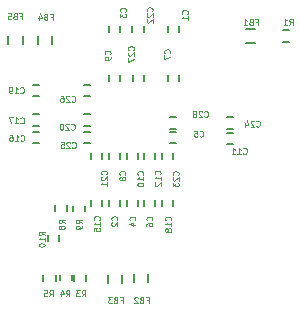
<source format=gbr>
G04 #@! TF.FileFunction,Legend,Bot*
%FSLAX46Y46*%
G04 Gerber Fmt 4.6, Leading zero omitted, Abs format (unit mm)*
G04 Created by KiCad (PCBNEW (2015-04-17 BZR 5609)-product) date Fri 01 Apr 2016 01:29:39 PM CDT*
%MOMM*%
G01*
G04 APERTURE LIST*
%ADD10C,0.100000*%
%ADD11C,0.150000*%
%ADD12C,0.076200*%
G04 APERTURE END LIST*
D10*
D11*
X61555000Y-101977380D02*
X61555000Y-102477380D01*
X60605000Y-102477380D02*
X60605000Y-101977380D01*
X55605000Y-117250000D02*
X55605000Y-116750000D01*
X56555000Y-116750000D02*
X56555000Y-117250000D01*
X56555000Y-101977380D02*
X56555000Y-102477380D01*
X55605000Y-102477380D02*
X55605000Y-101977380D01*
X57110000Y-117250000D02*
X57110000Y-116750000D01*
X58060000Y-116750000D02*
X58060000Y-117250000D01*
X60750000Y-110949720D02*
X61250000Y-110949720D01*
X61250000Y-111899720D02*
X60750000Y-111899720D01*
X58605000Y-117250000D02*
X58605000Y-116750000D01*
X59555000Y-116750000D02*
X59555000Y-117250000D01*
X60605000Y-106679720D02*
X60605000Y-106179720D01*
X61555000Y-106179720D02*
X61555000Y-106679720D01*
X56555000Y-112780000D02*
X56555000Y-113280000D01*
X55605000Y-113280000D02*
X55605000Y-112780000D01*
X55605000Y-106679720D02*
X55605000Y-106179720D01*
X56555000Y-106179720D02*
X56555000Y-106679720D01*
X58060000Y-112780000D02*
X58060000Y-113280000D01*
X57110000Y-113280000D02*
X57110000Y-112780000D01*
X66110000Y-111996240D02*
X65610000Y-111996240D01*
X65610000Y-111046240D02*
X66110000Y-111046240D01*
X59555000Y-112780000D02*
X59555000Y-113280000D01*
X58605000Y-113280000D02*
X58605000Y-112780000D01*
X54105000Y-117250000D02*
X54105000Y-116750000D01*
X55055000Y-116750000D02*
X55055000Y-117250000D01*
X49219040Y-110992600D02*
X49719040Y-110992600D01*
X49719040Y-111942600D02*
X49219040Y-111942600D01*
X49219040Y-109492600D02*
X49719040Y-109492600D01*
X49719040Y-110442600D02*
X49219040Y-110442600D01*
X60105000Y-117250000D02*
X60105000Y-116750000D01*
X61055000Y-116750000D02*
X61055000Y-117250000D01*
X49219040Y-106992600D02*
X49719040Y-106992600D01*
X49719040Y-107942600D02*
X49219040Y-107942600D01*
X53994240Y-110442600D02*
X53494240Y-110442600D01*
X53494240Y-109492600D02*
X53994240Y-109492600D01*
X55055000Y-112780000D02*
X55055000Y-113280000D01*
X54105000Y-113280000D02*
X54105000Y-112780000D01*
X58555000Y-101977380D02*
X58555000Y-102477380D01*
X57605000Y-102477380D02*
X57605000Y-101977380D01*
X61055000Y-112780000D02*
X61055000Y-113280000D01*
X60105000Y-113280000D02*
X60105000Y-112780000D01*
X66110000Y-110695000D02*
X65610000Y-110695000D01*
X65610000Y-109745000D02*
X66110000Y-109745000D01*
X53994240Y-111942600D02*
X53494240Y-111942600D01*
X53494240Y-110992600D02*
X53994240Y-110992600D01*
X53994240Y-107942600D02*
X53494240Y-107942600D01*
X53494240Y-106992600D02*
X53994240Y-106992600D01*
X57615000Y-106679720D02*
X57615000Y-106179720D01*
X58565000Y-106179720D02*
X58565000Y-106679720D01*
X60750000Y-109745000D02*
X61250000Y-109745000D01*
X61250000Y-110695000D02*
X60750000Y-110695000D01*
X67957180Y-102280160D02*
X67257180Y-102280160D01*
X67257180Y-103480160D02*
X67957180Y-103480160D01*
X58948880Y-123689860D02*
X58948880Y-122989860D01*
X57748880Y-122989860D02*
X57748880Y-123689860D01*
X56751780Y-123743200D02*
X56751780Y-123043200D01*
X55551780Y-123043200D02*
X55551780Y-123743200D01*
X49615800Y-102850200D02*
X49615800Y-103550200D01*
X50815800Y-103550200D02*
X50815800Y-102850200D01*
X47101200Y-102850200D02*
X47101200Y-103550200D01*
X48301200Y-103550200D02*
X48301200Y-102850200D01*
X70862000Y-103395000D02*
X70362000Y-103395000D01*
X70362000Y-102345000D02*
X70862000Y-102345000D01*
X53707900Y-123056080D02*
X53707900Y-123556080D01*
X52657900Y-123556080D02*
X52657900Y-123056080D01*
X52493780Y-123048460D02*
X52493780Y-123548460D01*
X51443780Y-123548460D02*
X51443780Y-123048460D01*
X51104400Y-123056080D02*
X51104400Y-123556080D01*
X50054400Y-123556080D02*
X50054400Y-123056080D01*
X51037000Y-117691980D02*
X51037000Y-117191980D01*
X52087000Y-117191980D02*
X52087000Y-117691980D01*
X52540680Y-117699600D02*
X52540680Y-117199600D01*
X53590680Y-117199600D02*
X53590680Y-117699600D01*
X51396920Y-119678640D02*
X51396920Y-120178640D01*
X50446920Y-120178640D02*
X50446920Y-119678640D01*
D12*
X62246329Y-100969233D02*
X62270519Y-100945043D01*
X62294710Y-100872471D01*
X62294710Y-100824090D01*
X62270519Y-100751519D01*
X62222138Y-100703138D01*
X62173757Y-100678947D01*
X62076995Y-100654757D01*
X62004424Y-100654757D01*
X61907662Y-100678947D01*
X61859281Y-100703138D01*
X61810900Y-100751519D01*
X61786710Y-100824090D01*
X61786710Y-100872471D01*
X61810900Y-100945043D01*
X61835090Y-100969233D01*
X62294710Y-101453043D02*
X62294710Y-101162757D01*
X62294710Y-101307900D02*
X61786710Y-101307900D01*
X61859281Y-101259519D01*
X61907662Y-101211138D01*
X61931852Y-101162757D01*
X56287489Y-118434253D02*
X56311679Y-118410063D01*
X56335870Y-118337491D01*
X56335870Y-118289110D01*
X56311679Y-118216539D01*
X56263298Y-118168158D01*
X56214917Y-118143967D01*
X56118155Y-118119777D01*
X56045584Y-118119777D01*
X55948822Y-118143967D01*
X55900441Y-118168158D01*
X55852060Y-118216539D01*
X55827870Y-118289110D01*
X55827870Y-118337491D01*
X55852060Y-118410063D01*
X55876250Y-118434253D01*
X55876250Y-118627777D02*
X55852060Y-118651967D01*
X55827870Y-118700348D01*
X55827870Y-118821301D01*
X55852060Y-118869682D01*
X55876250Y-118893872D01*
X55924631Y-118918063D01*
X55973012Y-118918063D01*
X56045584Y-118893872D01*
X56335870Y-118603586D01*
X56335870Y-118918063D01*
X57011389Y-100786353D02*
X57035579Y-100762163D01*
X57059770Y-100689591D01*
X57059770Y-100641210D01*
X57035579Y-100568639D01*
X56987198Y-100520258D01*
X56938817Y-100496067D01*
X56842055Y-100471877D01*
X56769484Y-100471877D01*
X56672722Y-100496067D01*
X56624341Y-100520258D01*
X56575960Y-100568639D01*
X56551770Y-100641210D01*
X56551770Y-100689591D01*
X56575960Y-100762163D01*
X56600150Y-100786353D01*
X56551770Y-100955686D02*
X56551770Y-101270163D01*
X56745293Y-101100829D01*
X56745293Y-101173401D01*
X56769484Y-101221782D01*
X56793674Y-101245972D01*
X56842055Y-101270163D01*
X56963008Y-101270163D01*
X57011389Y-101245972D01*
X57035579Y-101221782D01*
X57059770Y-101173401D01*
X57059770Y-101028258D01*
X57035579Y-100979877D01*
X57011389Y-100955686D01*
X57811489Y-118449493D02*
X57835679Y-118425303D01*
X57859870Y-118352731D01*
X57859870Y-118304350D01*
X57835679Y-118231779D01*
X57787298Y-118183398D01*
X57738917Y-118159207D01*
X57642155Y-118135017D01*
X57569584Y-118135017D01*
X57472822Y-118159207D01*
X57424441Y-118183398D01*
X57376060Y-118231779D01*
X57351870Y-118304350D01*
X57351870Y-118352731D01*
X57376060Y-118425303D01*
X57400250Y-118449493D01*
X57521203Y-118884922D02*
X57859870Y-118884922D01*
X57327679Y-118763969D02*
X57690536Y-118643017D01*
X57690536Y-118957493D01*
X63300187Y-111326749D02*
X63324377Y-111350939D01*
X63396949Y-111375130D01*
X63445330Y-111375130D01*
X63517901Y-111350939D01*
X63566282Y-111302558D01*
X63590473Y-111254177D01*
X63614663Y-111157415D01*
X63614663Y-111084844D01*
X63590473Y-110988082D01*
X63566282Y-110939701D01*
X63517901Y-110891320D01*
X63445330Y-110867130D01*
X63396949Y-110867130D01*
X63324377Y-110891320D01*
X63300187Y-110915510D01*
X62840568Y-110867130D02*
X63082473Y-110867130D01*
X63106663Y-111109034D01*
X63082473Y-111084844D01*
X63034092Y-111060653D01*
X62913139Y-111060653D01*
X62864758Y-111084844D01*
X62840568Y-111109034D01*
X62816377Y-111157415D01*
X62816377Y-111278368D01*
X62840568Y-111326749D01*
X62864758Y-111350939D01*
X62913139Y-111375130D01*
X63034092Y-111375130D01*
X63082473Y-111350939D01*
X63106663Y-111326749D01*
X59251669Y-118464733D02*
X59275859Y-118440543D01*
X59300050Y-118367971D01*
X59300050Y-118319590D01*
X59275859Y-118247019D01*
X59227478Y-118198638D01*
X59179097Y-118174447D01*
X59082335Y-118150257D01*
X59009764Y-118150257D01*
X58913002Y-118174447D01*
X58864621Y-118198638D01*
X58816240Y-118247019D01*
X58792050Y-118319590D01*
X58792050Y-118367971D01*
X58816240Y-118440543D01*
X58840430Y-118464733D01*
X58792050Y-118900162D02*
X58792050Y-118803400D01*
X58816240Y-118755019D01*
X58840430Y-118730828D01*
X58913002Y-118682447D01*
X59009764Y-118658257D01*
X59203288Y-118658257D01*
X59251669Y-118682447D01*
X59275859Y-118706638D01*
X59300050Y-118755019D01*
X59300050Y-118851781D01*
X59275859Y-118900162D01*
X59251669Y-118924352D01*
X59203288Y-118948543D01*
X59082335Y-118948543D01*
X59033954Y-118924352D01*
X59009764Y-118900162D01*
X58985573Y-118851781D01*
X58985573Y-118755019D01*
X59009764Y-118706638D01*
X59033954Y-118682447D01*
X59082335Y-118658257D01*
X60745189Y-104301713D02*
X60769379Y-104277523D01*
X60793570Y-104204951D01*
X60793570Y-104156570D01*
X60769379Y-104083999D01*
X60720998Y-104035618D01*
X60672617Y-104011427D01*
X60575855Y-103987237D01*
X60503284Y-103987237D01*
X60406522Y-104011427D01*
X60358141Y-104035618D01*
X60309760Y-104083999D01*
X60285570Y-104156570D01*
X60285570Y-104204951D01*
X60309760Y-104277523D01*
X60333950Y-104301713D01*
X60285570Y-104471046D02*
X60285570Y-104809713D01*
X60793570Y-104591999D01*
X56965669Y-114593793D02*
X56989859Y-114569603D01*
X57014050Y-114497031D01*
X57014050Y-114448650D01*
X56989859Y-114376079D01*
X56941478Y-114327698D01*
X56893097Y-114303507D01*
X56796335Y-114279317D01*
X56723764Y-114279317D01*
X56627002Y-114303507D01*
X56578621Y-114327698D01*
X56530240Y-114376079D01*
X56506050Y-114448650D01*
X56506050Y-114497031D01*
X56530240Y-114569603D01*
X56554430Y-114593793D01*
X56723764Y-114884079D02*
X56699573Y-114835698D01*
X56675383Y-114811507D01*
X56627002Y-114787317D01*
X56602811Y-114787317D01*
X56554430Y-114811507D01*
X56530240Y-114835698D01*
X56506050Y-114884079D01*
X56506050Y-114980841D01*
X56530240Y-115029222D01*
X56554430Y-115053412D01*
X56602811Y-115077603D01*
X56627002Y-115077603D01*
X56675383Y-115053412D01*
X56699573Y-115029222D01*
X56723764Y-114980841D01*
X56723764Y-114884079D01*
X56747954Y-114835698D01*
X56772145Y-114811507D01*
X56820526Y-114787317D01*
X56917288Y-114787317D01*
X56965669Y-114811507D01*
X56989859Y-114835698D01*
X57014050Y-114884079D01*
X57014050Y-114980841D01*
X56989859Y-115029222D01*
X56965669Y-115053412D01*
X56917288Y-115077603D01*
X56820526Y-115077603D01*
X56772145Y-115053412D01*
X56747954Y-115029222D01*
X56723764Y-114980841D01*
X55700749Y-104408393D02*
X55724939Y-104384203D01*
X55749130Y-104311631D01*
X55749130Y-104263250D01*
X55724939Y-104190679D01*
X55676558Y-104142298D01*
X55628177Y-104118107D01*
X55531415Y-104093917D01*
X55458844Y-104093917D01*
X55362082Y-104118107D01*
X55313701Y-104142298D01*
X55265320Y-104190679D01*
X55241130Y-104263250D01*
X55241130Y-104311631D01*
X55265320Y-104384203D01*
X55289510Y-104408393D01*
X55749130Y-104650298D02*
X55749130Y-104747060D01*
X55724939Y-104795441D01*
X55700749Y-104819631D01*
X55628177Y-104868012D01*
X55531415Y-104892203D01*
X55337891Y-104892203D01*
X55289510Y-104868012D01*
X55265320Y-104843822D01*
X55241130Y-104795441D01*
X55241130Y-104698679D01*
X55265320Y-104650298D01*
X55289510Y-104626107D01*
X55337891Y-104601917D01*
X55458844Y-104601917D01*
X55507225Y-104626107D01*
X55531415Y-104650298D01*
X55555606Y-104698679D01*
X55555606Y-104795441D01*
X55531415Y-104843822D01*
X55507225Y-104868012D01*
X55458844Y-104892203D01*
X58474429Y-114590648D02*
X58498619Y-114566458D01*
X58522810Y-114493886D01*
X58522810Y-114445505D01*
X58498619Y-114372934D01*
X58450238Y-114324553D01*
X58401857Y-114300362D01*
X58305095Y-114276172D01*
X58232524Y-114276172D01*
X58135762Y-114300362D01*
X58087381Y-114324553D01*
X58039000Y-114372934D01*
X58014810Y-114445505D01*
X58014810Y-114493886D01*
X58039000Y-114566458D01*
X58063190Y-114590648D01*
X58522810Y-115074458D02*
X58522810Y-114784172D01*
X58522810Y-114929315D02*
X58014810Y-114929315D01*
X58087381Y-114880934D01*
X58135762Y-114832553D01*
X58159952Y-114784172D01*
X58014810Y-115388934D02*
X58014810Y-115437315D01*
X58039000Y-115485696D01*
X58063190Y-115509887D01*
X58111571Y-115534077D01*
X58208333Y-115558268D01*
X58329286Y-115558268D01*
X58426048Y-115534077D01*
X58474429Y-115509887D01*
X58498619Y-115485696D01*
X58522810Y-115437315D01*
X58522810Y-115388934D01*
X58498619Y-115340553D01*
X58474429Y-115316363D01*
X58426048Y-115292172D01*
X58329286Y-115267982D01*
X58208333Y-115267982D01*
X58111571Y-115292172D01*
X58063190Y-115316363D01*
X58039000Y-115340553D01*
X58014810Y-115388934D01*
X66978712Y-112774549D02*
X67002902Y-112798739D01*
X67075474Y-112822930D01*
X67123855Y-112822930D01*
X67196426Y-112798739D01*
X67244807Y-112750358D01*
X67268998Y-112701977D01*
X67293188Y-112605215D01*
X67293188Y-112532644D01*
X67268998Y-112435882D01*
X67244807Y-112387501D01*
X67196426Y-112339120D01*
X67123855Y-112314930D01*
X67075474Y-112314930D01*
X67002902Y-112339120D01*
X66978712Y-112363310D01*
X66494902Y-112822930D02*
X66785188Y-112822930D01*
X66640045Y-112822930D02*
X66640045Y-112314930D01*
X66688426Y-112387501D01*
X66736807Y-112435882D01*
X66785188Y-112460072D01*
X66011092Y-112822930D02*
X66301378Y-112822930D01*
X66156235Y-112822930D02*
X66156235Y-112314930D01*
X66204616Y-112387501D01*
X66252997Y-112435882D01*
X66301378Y-112460072D01*
X59937469Y-114567788D02*
X59961659Y-114543598D01*
X59985850Y-114471026D01*
X59985850Y-114422645D01*
X59961659Y-114350074D01*
X59913278Y-114301693D01*
X59864897Y-114277502D01*
X59768135Y-114253312D01*
X59695564Y-114253312D01*
X59598802Y-114277502D01*
X59550421Y-114301693D01*
X59502040Y-114350074D01*
X59477850Y-114422645D01*
X59477850Y-114471026D01*
X59502040Y-114543598D01*
X59526230Y-114567788D01*
X59985850Y-115051598D02*
X59985850Y-114761312D01*
X59985850Y-114906455D02*
X59477850Y-114906455D01*
X59550421Y-114858074D01*
X59598802Y-114809693D01*
X59622992Y-114761312D01*
X59526230Y-115245122D02*
X59502040Y-115269312D01*
X59477850Y-115317693D01*
X59477850Y-115438646D01*
X59502040Y-115487027D01*
X59526230Y-115511217D01*
X59574611Y-115535408D01*
X59622992Y-115535408D01*
X59695564Y-115511217D01*
X59985850Y-115220931D01*
X59985850Y-115535408D01*
X54793969Y-118413328D02*
X54818159Y-118389138D01*
X54842350Y-118316566D01*
X54842350Y-118268185D01*
X54818159Y-118195614D01*
X54769778Y-118147233D01*
X54721397Y-118123042D01*
X54624635Y-118098852D01*
X54552064Y-118098852D01*
X54455302Y-118123042D01*
X54406921Y-118147233D01*
X54358540Y-118195614D01*
X54334350Y-118268185D01*
X54334350Y-118316566D01*
X54358540Y-118389138D01*
X54382730Y-118413328D01*
X54842350Y-118897138D02*
X54842350Y-118606852D01*
X54842350Y-118751995D02*
X54334350Y-118751995D01*
X54406921Y-118703614D01*
X54455302Y-118655233D01*
X54479492Y-118606852D01*
X54334350Y-119356757D02*
X54334350Y-119114852D01*
X54576254Y-119090662D01*
X54552064Y-119114852D01*
X54527873Y-119163233D01*
X54527873Y-119284186D01*
X54552064Y-119332567D01*
X54576254Y-119356757D01*
X54624635Y-119380948D01*
X54745588Y-119380948D01*
X54793969Y-119356757D01*
X54818159Y-119332567D01*
X54842350Y-119284186D01*
X54842350Y-119163233D01*
X54818159Y-119114852D01*
X54793969Y-119090662D01*
X48139532Y-111684889D02*
X48163722Y-111709079D01*
X48236294Y-111733270D01*
X48284675Y-111733270D01*
X48357246Y-111709079D01*
X48405627Y-111660698D01*
X48429818Y-111612317D01*
X48454008Y-111515555D01*
X48454008Y-111442984D01*
X48429818Y-111346222D01*
X48405627Y-111297841D01*
X48357246Y-111249460D01*
X48284675Y-111225270D01*
X48236294Y-111225270D01*
X48163722Y-111249460D01*
X48139532Y-111273650D01*
X47655722Y-111733270D02*
X47946008Y-111733270D01*
X47800865Y-111733270D02*
X47800865Y-111225270D01*
X47849246Y-111297841D01*
X47897627Y-111346222D01*
X47946008Y-111370412D01*
X47220293Y-111225270D02*
X47317055Y-111225270D01*
X47365436Y-111249460D01*
X47389627Y-111273650D01*
X47438008Y-111346222D01*
X47462198Y-111442984D01*
X47462198Y-111636508D01*
X47438008Y-111684889D01*
X47413817Y-111709079D01*
X47365436Y-111733270D01*
X47268674Y-111733270D01*
X47220293Y-111709079D01*
X47196103Y-111684889D01*
X47171912Y-111636508D01*
X47171912Y-111515555D01*
X47196103Y-111467174D01*
X47220293Y-111442984D01*
X47268674Y-111418793D01*
X47365436Y-111418793D01*
X47413817Y-111442984D01*
X47438008Y-111467174D01*
X47462198Y-111515555D01*
X48114132Y-110196449D02*
X48138322Y-110220639D01*
X48210894Y-110244830D01*
X48259275Y-110244830D01*
X48331846Y-110220639D01*
X48380227Y-110172258D01*
X48404418Y-110123877D01*
X48428608Y-110027115D01*
X48428608Y-109954544D01*
X48404418Y-109857782D01*
X48380227Y-109809401D01*
X48331846Y-109761020D01*
X48259275Y-109736830D01*
X48210894Y-109736830D01*
X48138322Y-109761020D01*
X48114132Y-109785210D01*
X47630322Y-110244830D02*
X47920608Y-110244830D01*
X47775465Y-110244830D02*
X47775465Y-109736830D01*
X47823846Y-109809401D01*
X47872227Y-109857782D01*
X47920608Y-109881972D01*
X47460989Y-109736830D02*
X47122322Y-109736830D01*
X47340036Y-110244830D01*
X60836629Y-118459048D02*
X60860819Y-118434858D01*
X60885010Y-118362286D01*
X60885010Y-118313905D01*
X60860819Y-118241334D01*
X60812438Y-118192953D01*
X60764057Y-118168762D01*
X60667295Y-118144572D01*
X60594724Y-118144572D01*
X60497962Y-118168762D01*
X60449581Y-118192953D01*
X60401200Y-118241334D01*
X60377010Y-118313905D01*
X60377010Y-118362286D01*
X60401200Y-118434858D01*
X60425390Y-118459048D01*
X60885010Y-118942858D02*
X60885010Y-118652572D01*
X60885010Y-118797715D02*
X60377010Y-118797715D01*
X60449581Y-118749334D01*
X60497962Y-118700953D01*
X60522152Y-118652572D01*
X60594724Y-119233144D02*
X60570533Y-119184763D01*
X60546343Y-119160572D01*
X60497962Y-119136382D01*
X60473771Y-119136382D01*
X60425390Y-119160572D01*
X60401200Y-119184763D01*
X60377010Y-119233144D01*
X60377010Y-119329906D01*
X60401200Y-119378287D01*
X60425390Y-119402477D01*
X60473771Y-119426668D01*
X60497962Y-119426668D01*
X60546343Y-119402477D01*
X60570533Y-119378287D01*
X60594724Y-119329906D01*
X60594724Y-119233144D01*
X60618914Y-119184763D01*
X60643105Y-119160572D01*
X60691486Y-119136382D01*
X60788248Y-119136382D01*
X60836629Y-119160572D01*
X60860819Y-119184763D01*
X60885010Y-119233144D01*
X60885010Y-119329906D01*
X60860819Y-119378287D01*
X60836629Y-119402477D01*
X60788248Y-119426668D01*
X60691486Y-119426668D01*
X60643105Y-119402477D01*
X60618914Y-119378287D01*
X60594724Y-119329906D01*
X48101432Y-107636129D02*
X48125622Y-107660319D01*
X48198194Y-107684510D01*
X48246575Y-107684510D01*
X48319146Y-107660319D01*
X48367527Y-107611938D01*
X48391718Y-107563557D01*
X48415908Y-107466795D01*
X48415908Y-107394224D01*
X48391718Y-107297462D01*
X48367527Y-107249081D01*
X48319146Y-107200700D01*
X48246575Y-107176510D01*
X48198194Y-107176510D01*
X48125622Y-107200700D01*
X48101432Y-107224890D01*
X47617622Y-107684510D02*
X47907908Y-107684510D01*
X47762765Y-107684510D02*
X47762765Y-107176510D01*
X47811146Y-107249081D01*
X47859527Y-107297462D01*
X47907908Y-107321652D01*
X47375717Y-107684510D02*
X47278955Y-107684510D01*
X47230574Y-107660319D01*
X47206384Y-107636129D01*
X47158003Y-107563557D01*
X47133812Y-107466795D01*
X47133812Y-107273271D01*
X47158003Y-107224890D01*
X47182193Y-107200700D01*
X47230574Y-107176510D01*
X47327336Y-107176510D01*
X47375717Y-107200700D01*
X47399908Y-107224890D01*
X47424098Y-107273271D01*
X47424098Y-107394224D01*
X47399908Y-107442605D01*
X47375717Y-107466795D01*
X47327336Y-107490986D01*
X47230574Y-107490986D01*
X47182193Y-107466795D01*
X47158003Y-107442605D01*
X47133812Y-107394224D01*
X52414352Y-110732389D02*
X52438542Y-110756579D01*
X52511114Y-110780770D01*
X52559495Y-110780770D01*
X52632066Y-110756579D01*
X52680447Y-110708198D01*
X52704638Y-110659817D01*
X52728828Y-110563055D01*
X52728828Y-110490484D01*
X52704638Y-110393722D01*
X52680447Y-110345341D01*
X52632066Y-110296960D01*
X52559495Y-110272770D01*
X52511114Y-110272770D01*
X52438542Y-110296960D01*
X52414352Y-110321150D01*
X52220828Y-110321150D02*
X52196638Y-110296960D01*
X52148257Y-110272770D01*
X52027304Y-110272770D01*
X51978923Y-110296960D01*
X51954733Y-110321150D01*
X51930542Y-110369531D01*
X51930542Y-110417912D01*
X51954733Y-110490484D01*
X52245019Y-110780770D01*
X51930542Y-110780770D01*
X51616066Y-110272770D02*
X51567685Y-110272770D01*
X51519304Y-110296960D01*
X51495113Y-110321150D01*
X51470923Y-110369531D01*
X51446732Y-110466293D01*
X51446732Y-110587246D01*
X51470923Y-110684008D01*
X51495113Y-110732389D01*
X51519304Y-110756579D01*
X51567685Y-110780770D01*
X51616066Y-110780770D01*
X51664447Y-110756579D01*
X51688637Y-110732389D01*
X51712828Y-110684008D01*
X51737018Y-110587246D01*
X51737018Y-110466293D01*
X51712828Y-110369531D01*
X51688637Y-110321150D01*
X51664447Y-110296960D01*
X51616066Y-110272770D01*
X55401029Y-114567788D02*
X55425219Y-114543598D01*
X55449410Y-114471026D01*
X55449410Y-114422645D01*
X55425219Y-114350074D01*
X55376838Y-114301693D01*
X55328457Y-114277502D01*
X55231695Y-114253312D01*
X55159124Y-114253312D01*
X55062362Y-114277502D01*
X55013981Y-114301693D01*
X54965600Y-114350074D01*
X54941410Y-114422645D01*
X54941410Y-114471026D01*
X54965600Y-114543598D01*
X54989790Y-114567788D01*
X54989790Y-114761312D02*
X54965600Y-114785502D01*
X54941410Y-114833883D01*
X54941410Y-114954836D01*
X54965600Y-115003217D01*
X54989790Y-115027407D01*
X55038171Y-115051598D01*
X55086552Y-115051598D01*
X55159124Y-115027407D01*
X55449410Y-114737121D01*
X55449410Y-115051598D01*
X55449410Y-115535408D02*
X55449410Y-115245122D01*
X55449410Y-115390265D02*
X54941410Y-115390265D01*
X55013981Y-115341884D01*
X55062362Y-115293503D01*
X55086552Y-115245122D01*
X59274529Y-100737488D02*
X59298719Y-100713298D01*
X59322910Y-100640726D01*
X59322910Y-100592345D01*
X59298719Y-100519774D01*
X59250338Y-100471393D01*
X59201957Y-100447202D01*
X59105195Y-100423012D01*
X59032624Y-100423012D01*
X58935862Y-100447202D01*
X58887481Y-100471393D01*
X58839100Y-100519774D01*
X58814910Y-100592345D01*
X58814910Y-100640726D01*
X58839100Y-100713298D01*
X58863290Y-100737488D01*
X58863290Y-100931012D02*
X58839100Y-100955202D01*
X58814910Y-101003583D01*
X58814910Y-101124536D01*
X58839100Y-101172917D01*
X58863290Y-101197107D01*
X58911671Y-101221298D01*
X58960052Y-101221298D01*
X59032624Y-101197107D01*
X59322910Y-100906821D01*
X59322910Y-101221298D01*
X58863290Y-101414822D02*
X58839100Y-101439012D01*
X58814910Y-101487393D01*
X58814910Y-101608346D01*
X58839100Y-101656727D01*
X58863290Y-101680917D01*
X58911671Y-101705108D01*
X58960052Y-101705108D01*
X59032624Y-101680917D01*
X59322910Y-101390631D01*
X59322910Y-101705108D01*
X61458929Y-114613508D02*
X61483119Y-114589318D01*
X61507310Y-114516746D01*
X61507310Y-114468365D01*
X61483119Y-114395794D01*
X61434738Y-114347413D01*
X61386357Y-114323222D01*
X61289595Y-114299032D01*
X61217024Y-114299032D01*
X61120262Y-114323222D01*
X61071881Y-114347413D01*
X61023500Y-114395794D01*
X60999310Y-114468365D01*
X60999310Y-114516746D01*
X61023500Y-114589318D01*
X61047690Y-114613508D01*
X61047690Y-114807032D02*
X61023500Y-114831222D01*
X60999310Y-114879603D01*
X60999310Y-115000556D01*
X61023500Y-115048937D01*
X61047690Y-115073127D01*
X61096071Y-115097318D01*
X61144452Y-115097318D01*
X61217024Y-115073127D01*
X61507310Y-114782841D01*
X61507310Y-115097318D01*
X60999310Y-115266651D02*
X60999310Y-115581128D01*
X61192833Y-115411794D01*
X61192833Y-115484366D01*
X61217024Y-115532747D01*
X61241214Y-115556937D01*
X61289595Y-115581128D01*
X61410548Y-115581128D01*
X61458929Y-115556937D01*
X61483119Y-115532747D01*
X61507310Y-115484366D01*
X61507310Y-115339223D01*
X61483119Y-115290842D01*
X61458929Y-115266651D01*
X68091232Y-110473309D02*
X68115422Y-110497499D01*
X68187994Y-110521690D01*
X68236375Y-110521690D01*
X68308946Y-110497499D01*
X68357327Y-110449118D01*
X68381518Y-110400737D01*
X68405708Y-110303975D01*
X68405708Y-110231404D01*
X68381518Y-110134642D01*
X68357327Y-110086261D01*
X68308946Y-110037880D01*
X68236375Y-110013690D01*
X68187994Y-110013690D01*
X68115422Y-110037880D01*
X68091232Y-110062070D01*
X67897708Y-110062070D02*
X67873518Y-110037880D01*
X67825137Y-110013690D01*
X67704184Y-110013690D01*
X67655803Y-110037880D01*
X67631613Y-110062070D01*
X67607422Y-110110451D01*
X67607422Y-110158832D01*
X67631613Y-110231404D01*
X67921899Y-110521690D01*
X67607422Y-110521690D01*
X67171993Y-110183023D02*
X67171993Y-110521690D01*
X67292946Y-109989499D02*
X67413898Y-110352356D01*
X67099422Y-110352356D01*
X52493092Y-112286869D02*
X52517282Y-112311059D01*
X52589854Y-112335250D01*
X52638235Y-112335250D01*
X52710806Y-112311059D01*
X52759187Y-112262678D01*
X52783378Y-112214297D01*
X52807568Y-112117535D01*
X52807568Y-112044964D01*
X52783378Y-111948202D01*
X52759187Y-111899821D01*
X52710806Y-111851440D01*
X52638235Y-111827250D01*
X52589854Y-111827250D01*
X52517282Y-111851440D01*
X52493092Y-111875630D01*
X52299568Y-111875630D02*
X52275378Y-111851440D01*
X52226997Y-111827250D01*
X52106044Y-111827250D01*
X52057663Y-111851440D01*
X52033473Y-111875630D01*
X52009282Y-111924011D01*
X52009282Y-111972392D01*
X52033473Y-112044964D01*
X52323759Y-112335250D01*
X52009282Y-112335250D01*
X51549663Y-111827250D02*
X51791568Y-111827250D01*
X51815758Y-112069154D01*
X51791568Y-112044964D01*
X51743187Y-112020773D01*
X51622234Y-112020773D01*
X51573853Y-112044964D01*
X51549663Y-112069154D01*
X51525472Y-112117535D01*
X51525472Y-112238488D01*
X51549663Y-112286869D01*
X51573853Y-112311059D01*
X51622234Y-112335250D01*
X51743187Y-112335250D01*
X51791568Y-112311059D01*
X51815758Y-112286869D01*
X52454992Y-108370189D02*
X52479182Y-108394379D01*
X52551754Y-108418570D01*
X52600135Y-108418570D01*
X52672706Y-108394379D01*
X52721087Y-108345998D01*
X52745278Y-108297617D01*
X52769468Y-108200855D01*
X52769468Y-108128284D01*
X52745278Y-108031522D01*
X52721087Y-107983141D01*
X52672706Y-107934760D01*
X52600135Y-107910570D01*
X52551754Y-107910570D01*
X52479182Y-107934760D01*
X52454992Y-107958950D01*
X52261468Y-107958950D02*
X52237278Y-107934760D01*
X52188897Y-107910570D01*
X52067944Y-107910570D01*
X52019563Y-107934760D01*
X51995373Y-107958950D01*
X51971182Y-108007331D01*
X51971182Y-108055712D01*
X51995373Y-108128284D01*
X52285659Y-108418570D01*
X51971182Y-108418570D01*
X51535753Y-107910570D02*
X51632515Y-107910570D01*
X51680896Y-107934760D01*
X51705087Y-107958950D01*
X51753468Y-108031522D01*
X51777658Y-108128284D01*
X51777658Y-108321808D01*
X51753468Y-108370189D01*
X51729277Y-108394379D01*
X51680896Y-108418570D01*
X51584134Y-108418570D01*
X51535753Y-108394379D01*
X51511563Y-108370189D01*
X51487372Y-108321808D01*
X51487372Y-108200855D01*
X51511563Y-108152474D01*
X51535753Y-108128284D01*
X51584134Y-108104093D01*
X51680896Y-108104093D01*
X51729277Y-108128284D01*
X51753468Y-108152474D01*
X51777658Y-108200855D01*
X57681949Y-104036948D02*
X57706139Y-104012758D01*
X57730330Y-103940186D01*
X57730330Y-103891805D01*
X57706139Y-103819234D01*
X57657758Y-103770853D01*
X57609377Y-103746662D01*
X57512615Y-103722472D01*
X57440044Y-103722472D01*
X57343282Y-103746662D01*
X57294901Y-103770853D01*
X57246520Y-103819234D01*
X57222330Y-103891805D01*
X57222330Y-103940186D01*
X57246520Y-104012758D01*
X57270710Y-104036948D01*
X57270710Y-104230472D02*
X57246520Y-104254662D01*
X57222330Y-104303043D01*
X57222330Y-104423996D01*
X57246520Y-104472377D01*
X57270710Y-104496567D01*
X57319091Y-104520758D01*
X57367472Y-104520758D01*
X57440044Y-104496567D01*
X57730330Y-104206281D01*
X57730330Y-104520758D01*
X57222330Y-104690091D02*
X57222330Y-105028758D01*
X57730330Y-104811044D01*
X63689412Y-109660509D02*
X63713602Y-109684699D01*
X63786174Y-109708890D01*
X63834555Y-109708890D01*
X63907126Y-109684699D01*
X63955507Y-109636318D01*
X63979698Y-109587937D01*
X64003888Y-109491175D01*
X64003888Y-109418604D01*
X63979698Y-109321842D01*
X63955507Y-109273461D01*
X63907126Y-109225080D01*
X63834555Y-109200890D01*
X63786174Y-109200890D01*
X63713602Y-109225080D01*
X63689412Y-109249270D01*
X63495888Y-109249270D02*
X63471698Y-109225080D01*
X63423317Y-109200890D01*
X63302364Y-109200890D01*
X63253983Y-109225080D01*
X63229793Y-109249270D01*
X63205602Y-109297651D01*
X63205602Y-109346032D01*
X63229793Y-109418604D01*
X63520079Y-109708890D01*
X63205602Y-109708890D01*
X62915316Y-109418604D02*
X62963697Y-109394413D01*
X62987888Y-109370223D01*
X63012078Y-109321842D01*
X63012078Y-109297651D01*
X62987888Y-109249270D01*
X62963697Y-109225080D01*
X62915316Y-109200890D01*
X62818554Y-109200890D01*
X62770173Y-109225080D01*
X62745983Y-109249270D01*
X62721792Y-109297651D01*
X62721792Y-109321842D01*
X62745983Y-109370223D01*
X62770173Y-109394413D01*
X62818554Y-109418604D01*
X62915316Y-109418604D01*
X62963697Y-109442794D01*
X62987888Y-109466985D01*
X63012078Y-109515366D01*
X63012078Y-109612128D01*
X62987888Y-109660509D01*
X62963697Y-109684699D01*
X62915316Y-109708890D01*
X62818554Y-109708890D01*
X62770173Y-109684699D01*
X62745983Y-109660509D01*
X62721792Y-109612128D01*
X62721792Y-109515366D01*
X62745983Y-109466985D01*
X62770173Y-109442794D01*
X62818554Y-109418604D01*
X68048293Y-101644994D02*
X68217627Y-101644994D01*
X68217627Y-101911090D02*
X68217627Y-101403090D01*
X67975722Y-101403090D01*
X67612864Y-101644994D02*
X67540293Y-101669185D01*
X67516102Y-101693375D01*
X67491912Y-101741756D01*
X67491912Y-101814328D01*
X67516102Y-101862709D01*
X67540293Y-101886899D01*
X67588674Y-101911090D01*
X67782198Y-101911090D01*
X67782198Y-101403090D01*
X67612864Y-101403090D01*
X67564483Y-101427280D01*
X67540293Y-101451470D01*
X67516102Y-101499851D01*
X67516102Y-101548232D01*
X67540293Y-101596613D01*
X67564483Y-101620804D01*
X67612864Y-101644994D01*
X67782198Y-101644994D01*
X67008102Y-101911090D02*
X67298388Y-101911090D01*
X67153245Y-101911090D02*
X67153245Y-101403090D01*
X67201626Y-101475661D01*
X67250007Y-101524042D01*
X67298388Y-101548232D01*
X58805233Y-125198414D02*
X58974567Y-125198414D01*
X58974567Y-125464510D02*
X58974567Y-124956510D01*
X58732662Y-124956510D01*
X58369804Y-125198414D02*
X58297233Y-125222605D01*
X58273042Y-125246795D01*
X58248852Y-125295176D01*
X58248852Y-125367748D01*
X58273042Y-125416129D01*
X58297233Y-125440319D01*
X58345614Y-125464510D01*
X58539138Y-125464510D01*
X58539138Y-124956510D01*
X58369804Y-124956510D01*
X58321423Y-124980700D01*
X58297233Y-125004890D01*
X58273042Y-125053271D01*
X58273042Y-125101652D01*
X58297233Y-125150033D01*
X58321423Y-125174224D01*
X58369804Y-125198414D01*
X58539138Y-125198414D01*
X58055328Y-125004890D02*
X58031138Y-124980700D01*
X57982757Y-124956510D01*
X57861804Y-124956510D01*
X57813423Y-124980700D01*
X57789233Y-125004890D01*
X57765042Y-125053271D01*
X57765042Y-125101652D01*
X57789233Y-125174224D01*
X58079519Y-125464510D01*
X57765042Y-125464510D01*
X56592893Y-125198414D02*
X56762227Y-125198414D01*
X56762227Y-125464510D02*
X56762227Y-124956510D01*
X56520322Y-124956510D01*
X56157464Y-125198414D02*
X56084893Y-125222605D01*
X56060702Y-125246795D01*
X56036512Y-125295176D01*
X56036512Y-125367748D01*
X56060702Y-125416129D01*
X56084893Y-125440319D01*
X56133274Y-125464510D01*
X56326798Y-125464510D01*
X56326798Y-124956510D01*
X56157464Y-124956510D01*
X56109083Y-124980700D01*
X56084893Y-125004890D01*
X56060702Y-125053271D01*
X56060702Y-125101652D01*
X56084893Y-125150033D01*
X56109083Y-125174224D01*
X56157464Y-125198414D01*
X56326798Y-125198414D01*
X55867179Y-124956510D02*
X55552702Y-124956510D01*
X55722036Y-125150033D01*
X55649464Y-125150033D01*
X55601083Y-125174224D01*
X55576893Y-125198414D01*
X55552702Y-125246795D01*
X55552702Y-125367748D01*
X55576893Y-125416129D01*
X55601083Y-125440319D01*
X55649464Y-125464510D01*
X55794607Y-125464510D01*
X55842988Y-125440319D01*
X55867179Y-125416129D01*
X50674693Y-101197954D02*
X50844027Y-101197954D01*
X50844027Y-101464050D02*
X50844027Y-100956050D01*
X50602122Y-100956050D01*
X50239264Y-101197954D02*
X50166693Y-101222145D01*
X50142502Y-101246335D01*
X50118312Y-101294716D01*
X50118312Y-101367288D01*
X50142502Y-101415669D01*
X50166693Y-101439859D01*
X50215074Y-101464050D01*
X50408598Y-101464050D01*
X50408598Y-100956050D01*
X50239264Y-100956050D01*
X50190883Y-100980240D01*
X50166693Y-101004430D01*
X50142502Y-101052811D01*
X50142502Y-101101192D01*
X50166693Y-101149573D01*
X50190883Y-101173764D01*
X50239264Y-101197954D01*
X50408598Y-101197954D01*
X49682883Y-101125383D02*
X49682883Y-101464050D01*
X49803836Y-100931859D02*
X49924788Y-101294716D01*
X49610312Y-101294716D01*
X48073733Y-101177634D02*
X48243067Y-101177634D01*
X48243067Y-101443730D02*
X48243067Y-100935730D01*
X48001162Y-100935730D01*
X47638304Y-101177634D02*
X47565733Y-101201825D01*
X47541542Y-101226015D01*
X47517352Y-101274396D01*
X47517352Y-101346968D01*
X47541542Y-101395349D01*
X47565733Y-101419539D01*
X47614114Y-101443730D01*
X47807638Y-101443730D01*
X47807638Y-100935730D01*
X47638304Y-100935730D01*
X47589923Y-100959920D01*
X47565733Y-100984110D01*
X47541542Y-101032491D01*
X47541542Y-101080872D01*
X47565733Y-101129253D01*
X47589923Y-101153444D01*
X47638304Y-101177634D01*
X47807638Y-101177634D01*
X47057733Y-100935730D02*
X47299638Y-100935730D01*
X47323828Y-101177634D01*
X47299638Y-101153444D01*
X47251257Y-101129253D01*
X47130304Y-101129253D01*
X47081923Y-101153444D01*
X47057733Y-101177634D01*
X47033542Y-101226015D01*
X47033542Y-101346968D01*
X47057733Y-101395349D01*
X47081923Y-101419539D01*
X47130304Y-101443730D01*
X47251257Y-101443730D01*
X47299638Y-101419539D01*
X47323828Y-101395349D01*
X70879547Y-101890770D02*
X71048880Y-101648865D01*
X71169833Y-101890770D02*
X71169833Y-101382770D01*
X70976309Y-101382770D01*
X70927928Y-101406960D01*
X70903737Y-101431150D01*
X70879547Y-101479531D01*
X70879547Y-101552103D01*
X70903737Y-101600484D01*
X70927928Y-101624674D01*
X70976309Y-101648865D01*
X71169833Y-101648865D01*
X70395737Y-101890770D02*
X70686023Y-101890770D01*
X70540880Y-101890770D02*
X70540880Y-101382770D01*
X70589261Y-101455341D01*
X70637642Y-101503722D01*
X70686023Y-101527912D01*
X53320907Y-124902410D02*
X53490240Y-124660505D01*
X53611193Y-124902410D02*
X53611193Y-124394410D01*
X53417669Y-124394410D01*
X53369288Y-124418600D01*
X53345097Y-124442790D01*
X53320907Y-124491171D01*
X53320907Y-124563743D01*
X53345097Y-124612124D01*
X53369288Y-124636314D01*
X53417669Y-124660505D01*
X53611193Y-124660505D01*
X53151574Y-124394410D02*
X52837097Y-124394410D01*
X53006431Y-124587933D01*
X52933859Y-124587933D01*
X52885478Y-124612124D01*
X52861288Y-124636314D01*
X52837097Y-124684695D01*
X52837097Y-124805648D01*
X52861288Y-124854029D01*
X52885478Y-124878219D01*
X52933859Y-124902410D01*
X53079002Y-124902410D01*
X53127383Y-124878219D01*
X53151574Y-124854029D01*
X51979787Y-124902410D02*
X52149120Y-124660505D01*
X52270073Y-124902410D02*
X52270073Y-124394410D01*
X52076549Y-124394410D01*
X52028168Y-124418600D01*
X52003977Y-124442790D01*
X51979787Y-124491171D01*
X51979787Y-124563743D01*
X52003977Y-124612124D01*
X52028168Y-124636314D01*
X52076549Y-124660505D01*
X52270073Y-124660505D01*
X51544358Y-124563743D02*
X51544358Y-124902410D01*
X51665311Y-124370219D02*
X51786263Y-124733076D01*
X51471787Y-124733076D01*
X50562467Y-124902410D02*
X50731800Y-124660505D01*
X50852753Y-124902410D02*
X50852753Y-124394410D01*
X50659229Y-124394410D01*
X50610848Y-124418600D01*
X50586657Y-124442790D01*
X50562467Y-124491171D01*
X50562467Y-124563743D01*
X50586657Y-124612124D01*
X50610848Y-124636314D01*
X50659229Y-124660505D01*
X50852753Y-124660505D01*
X50102848Y-124394410D02*
X50344753Y-124394410D01*
X50368943Y-124636314D01*
X50344753Y-124612124D01*
X50296372Y-124587933D01*
X50175419Y-124587933D01*
X50127038Y-124612124D01*
X50102848Y-124636314D01*
X50078657Y-124684695D01*
X50078657Y-124805648D01*
X50102848Y-124854029D01*
X50127038Y-124878219D01*
X50175419Y-124902410D01*
X50296372Y-124902410D01*
X50344753Y-124878219D01*
X50368943Y-124854029D01*
X51855310Y-118703513D02*
X51613405Y-118534180D01*
X51855310Y-118413227D02*
X51347310Y-118413227D01*
X51347310Y-118606751D01*
X51371500Y-118655132D01*
X51395690Y-118679323D01*
X51444071Y-118703513D01*
X51516643Y-118703513D01*
X51565024Y-118679323D01*
X51589214Y-118655132D01*
X51613405Y-118606751D01*
X51613405Y-118413227D01*
X51565024Y-118993799D02*
X51540833Y-118945418D01*
X51516643Y-118921227D01*
X51468262Y-118897037D01*
X51444071Y-118897037D01*
X51395690Y-118921227D01*
X51371500Y-118945418D01*
X51347310Y-118993799D01*
X51347310Y-119090561D01*
X51371500Y-119138942D01*
X51395690Y-119163132D01*
X51444071Y-119187323D01*
X51468262Y-119187323D01*
X51516643Y-119163132D01*
X51540833Y-119138942D01*
X51565024Y-119090561D01*
X51565024Y-118993799D01*
X51589214Y-118945418D01*
X51613405Y-118921227D01*
X51661786Y-118897037D01*
X51758548Y-118897037D01*
X51806929Y-118921227D01*
X51831119Y-118945418D01*
X51855310Y-118993799D01*
X51855310Y-119090561D01*
X51831119Y-119138942D01*
X51806929Y-119163132D01*
X51758548Y-119187323D01*
X51661786Y-119187323D01*
X51613405Y-119163132D01*
X51589214Y-119138942D01*
X51565024Y-119090561D01*
X53323430Y-118703513D02*
X53081525Y-118534180D01*
X53323430Y-118413227D02*
X52815430Y-118413227D01*
X52815430Y-118606751D01*
X52839620Y-118655132D01*
X52863810Y-118679323D01*
X52912191Y-118703513D01*
X52984763Y-118703513D01*
X53033144Y-118679323D01*
X53057334Y-118655132D01*
X53081525Y-118606751D01*
X53081525Y-118413227D01*
X53323430Y-118945418D02*
X53323430Y-119042180D01*
X53299239Y-119090561D01*
X53275049Y-119114751D01*
X53202477Y-119163132D01*
X53105715Y-119187323D01*
X52912191Y-119187323D01*
X52863810Y-119163132D01*
X52839620Y-119138942D01*
X52815430Y-119090561D01*
X52815430Y-118993799D01*
X52839620Y-118945418D01*
X52863810Y-118921227D01*
X52912191Y-118897037D01*
X53033144Y-118897037D01*
X53081525Y-118921227D01*
X53105715Y-118945418D01*
X53129906Y-118993799D01*
X53129906Y-119090561D01*
X53105715Y-119138942D01*
X53081525Y-119163132D01*
X53033144Y-119187323D01*
X50168750Y-119723988D02*
X49926845Y-119554655D01*
X50168750Y-119433702D02*
X49660750Y-119433702D01*
X49660750Y-119627226D01*
X49684940Y-119675607D01*
X49709130Y-119699798D01*
X49757511Y-119723988D01*
X49830083Y-119723988D01*
X49878464Y-119699798D01*
X49902654Y-119675607D01*
X49926845Y-119627226D01*
X49926845Y-119433702D01*
X50168750Y-120207798D02*
X50168750Y-119917512D01*
X50168750Y-120062655D02*
X49660750Y-120062655D01*
X49733321Y-120014274D01*
X49781702Y-119965893D01*
X49805892Y-119917512D01*
X49660750Y-120522274D02*
X49660750Y-120570655D01*
X49684940Y-120619036D01*
X49709130Y-120643227D01*
X49757511Y-120667417D01*
X49854273Y-120691608D01*
X49975226Y-120691608D01*
X50071988Y-120667417D01*
X50120369Y-120643227D01*
X50144559Y-120619036D01*
X50168750Y-120570655D01*
X50168750Y-120522274D01*
X50144559Y-120473893D01*
X50120369Y-120449703D01*
X50071988Y-120425512D01*
X49975226Y-120401322D01*
X49854273Y-120401322D01*
X49757511Y-120425512D01*
X49709130Y-120449703D01*
X49684940Y-120473893D01*
X49660750Y-120522274D01*
M02*

</source>
